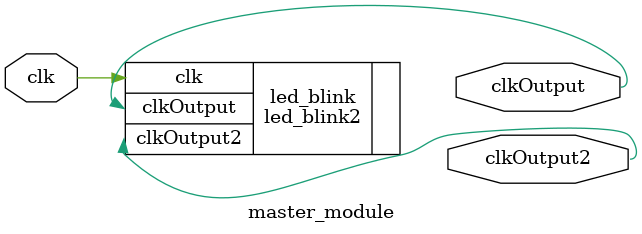
<source format=v>
module master_module(input clk, output wire clkOutput, output wire clkOutput2);

led_blink2 
	#(.CNT_TRIG(25000000/2))
	led_blink(
	.clk (clk),
	.clkOutput (clkOutput), 
	.clkOutput2 (clkOutput2));
endmodule

</source>
